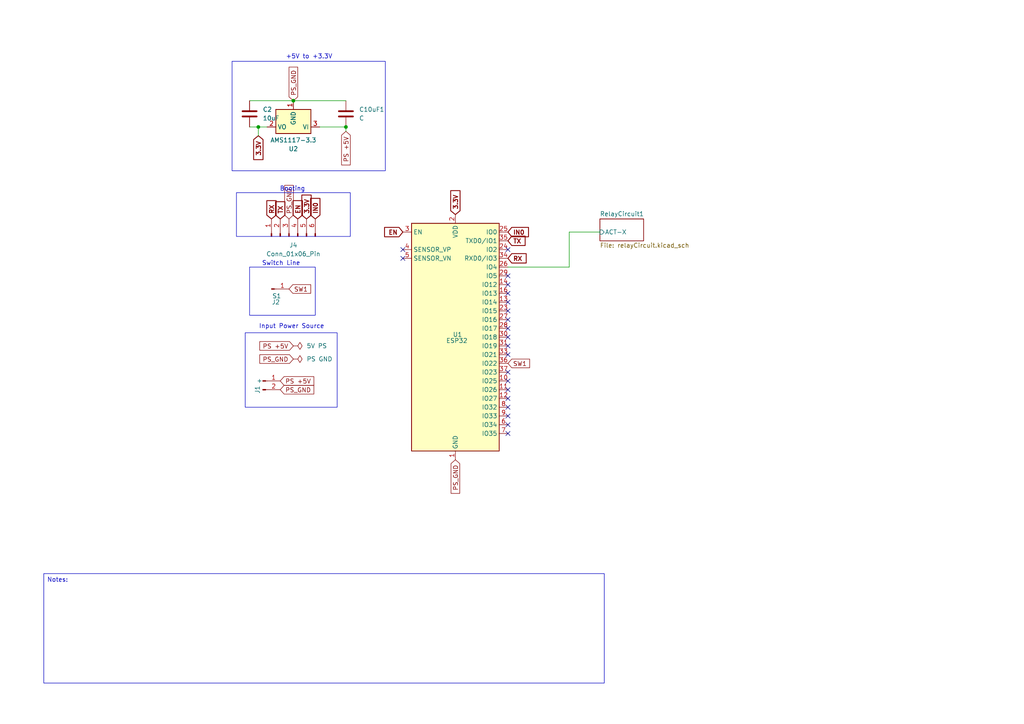
<source format=kicad_sch>
(kicad_sch (version 20231120) (generator "eeschema") (generator_version "8.0")
  (paper "A4")
  (lib_symbols
    (symbol "Connector:Conn_01x01_Pin" (pin_names (offset 1.016) hide)
      (property "Reference" "J" (at 0 2.54 0))
      (property "Value" "Conn_01x01_Pin" (at 0 -2.54 0))
      (symbol "Conn_01x01_Pin_1_1"
        (polyline (pts (xy 1.27 0) (xy 0.8636 0)) (stroke (width 0.1524)))
        (rectangle (start 0.8636 0.127) (end 0 -0.127) (stroke (width 0.1524)) (fill (type outline)))
        (pin passive line (at 5.08 0 180) (length 3.81) (name "Pin_1") (number "1"))
      )
    )
    (symbol "Connector:Conn_01x02_Pin" (pin_names (offset 1.016) hide)
      (property "Reference" "J" (at 0 2.54 0))
      (property "Value" "Conn_01x02_Pin" (at 0 -5.08 0))
      (symbol "Conn_01x02_Pin_1_1"
        (polyline (pts (xy 1.27 -2.54) (xy 0.8636 -2.54)) (stroke (width 0.1524)))
        (polyline (pts (xy 1.27 0) (xy 0.8636 0)) (stroke (width 0.1524)))
        (rectangle (start 0.8636 -2.413) (end 0 -2.667) (stroke (width 0.1524)) (fill (type outline)))
        (rectangle (start 0.8636 0.127) (end 0 -0.127) (stroke (width 0.1524)) (fill (type outline)))
        (pin passive line (at 5.08 0 180) (length 3.81) (name "Pin_1") (number "1"))
        (pin passive line (at 5.08 -2.54 180) (length 3.81) (name "Pin_2") (number "2"))
      )
    )
    (symbol "Connector:Conn_01x06_Pin" (pin_names (offset 1.016) hide)
      (property "Reference" "J" (at 0 7.62 0))
      (property "Value" "Conn_01x06_Pin" (at 0 -10.16 0))
      (symbol "Conn_01x06_Pin_1_1"
        (polyline (pts (xy 1.27 -7.62) (xy 0.8636 -7.62)) (stroke (width 0.1524)))
        (polyline (pts (xy 1.27 -5.08) (xy 0.8636 -5.08)) (stroke (width 0.1524)))
        (polyline (pts (xy 1.27 -2.54) (xy 0.8636 -2.54)) (stroke (width 0.1524)))
        (polyline (pts (xy 1.27 0) (xy 0.8636 0)) (stroke (width 0.1524)))
        (polyline (pts (xy 1.27 2.54) (xy 0.8636 2.54)) (stroke (width 0.1524)))
        (polyline (pts (xy 1.27 5.08) (xy 0.8636 5.08)) (stroke (width 0.1524)))
        (rectangle (start 0.8636 -7.493) (end 0 -7.747) (stroke (width 0.1524)) (fill (type outline)))
        (rectangle (start 0.8636 -4.953) (end 0 -5.207) (stroke (width 0.1524)) (fill (type outline)))
        (rectangle (start 0.8636 -2.413) (end 0 -2.667) (stroke (width 0.1524)) (fill (type outline)))
        (rectangle (start 0.8636 0.127) (end 0 -0.127) (stroke (width 0.1524)) (fill (type outline)))
        (rectangle (start 0.8636 2.667) (end 0 2.413) (stroke (width 0.1524)) (fill (type outline)))
        (rectangle (start 0.8636 5.207) (end 0 4.953) (stroke (width 0.1524)) (fill (type outline)))
        (pin passive line (at 5.08 5.08 180) (length 3.81) (name "Pin_1") (number "1"))
        (pin passive line (at 5.08 2.54 180) (length 3.81) (name "Pin_2") (number "2"))
        (pin passive line (at 5.08 0 180) (length 3.81) (name "Pin_3") (number "3"))
        (pin passive line (at 5.08 -2.54 180) (length 3.81) (name "Pin_4") (number "4"))
        (pin passive line (at 5.08 -5.08 180) (length 3.81) (name "Pin_5") (number "5"))
        (pin passive line (at 5.08 -7.62 180) (length 3.81) (name "Pin_6") (number "6"))
      )
    )
    (symbol "Device:C" (pin_numbers hide) (pin_names (offset 0.254))
      (property "Reference" "C" (at 0.635 2.54 0))
      (property "Value" "C" (at 0.635 -2.54 0))
      (symbol "C_0_1"
        (polyline (pts (xy -2.032 -0.762) (xy 2.032 -0.762)) (stroke (width 0.508)))
        (polyline (pts (xy -2.032 0.762) (xy 2.032 0.762)) (stroke (width 0.508)))
      )
      (symbol "C_1_1"
        (pin passive line (at 0 3.81 270) (length 2.794) (name "~") (number "1"))
        (pin passive line (at 0 -3.81 90) (length 2.794) (name "~") (number "2"))
      )
    )
    (symbol "RF_Module:ESP32-WROOM-32E"
      (property "Reference" "U" (at -12.7 34.29 0))
      (property "Value" "ESP32-WROOM-32E" (at 1.27 34.29 0))
      (symbol "ESP32-WROOM-32E_0_1"
        (rectangle (start -12.7 33.02) (end 12.7 -33.02) (stroke (width 0.254)) (fill (type background)))
      )
      (symbol "ESP32-WROOM-32E_1_1"
        (pin power_in line (at 0 -35.56 90) (length 2.54) (name "GND") (number "1"))
        (pin bidirectional line (at 15.24 -12.7 180) (length 2.54) (name "IO25") (number "10"))
        (pin bidirectional line (at 15.24 -15.24 180) (length 2.54) (name "IO26") (number "11"))
        (pin bidirectional line (at 15.24 -17.78 180) (length 2.54) (name "IO27") (number "12"))
        (pin bidirectional line (at 15.24 10.16 180) (length 2.54) (name "IO14") (number "13"))
        (pin bidirectional line (at 15.24 15.24 180) (length 2.54) (name "IO12") (number "14"))
        (pin passive line (at 0 -35.56 90) (length 2.54) hide (name "GND") (number "15"))
        (pin bidirectional line (at 15.24 12.7 180) (length 2.54) (name "IO13") (number "16"))
        (pin no_connect line (at -12.7 -5.08 0) (length 2.54) hide (name "NC") (number "17"))
        (pin no_connect line (at -12.7 -7.62 0) (length 2.54) hide (name "NC") (number "18"))
        (pin no_connect line (at -12.7 -12.7 0) (length 2.54) hide (name "NC") (number "19"))
        (pin power_in line (at 0 35.56 270) (length 2.54) (name "VDD") (number "2"))
        (pin no_connect line (at -12.7 -10.16 0) (length 2.54) hide (name "NC") (number "20"))
        (pin no_connect line (at -12.7 0 0) (length 2.54) hide (name "NC") (number "21"))
        (pin no_connect line (at -12.7 -2.54 0) (length 2.54) hide (name "NC") (number "22"))
        (pin bidirectional line (at 15.24 7.62 180) (length 2.54) (name "IO15") (number "23"))
        (pin bidirectional line (at 15.24 25.4 180) (length 2.54) (name "IO2") (number "24"))
        (pin bidirectional line (at 15.24 30.48 180) (length 2.54) (name "IO0") (number "25"))
        (pin bidirectional line (at 15.24 20.32 180) (length 2.54) (name "IO4") (number "26"))
        (pin bidirectional line (at 15.24 5.08 180) (length 2.54) (name "IO16") (number "27"))
        (pin bidirectional line (at 15.24 2.54 180) (length 2.54) (name "IO17") (number "28"))
        (pin bidirectional line (at 15.24 17.78 180) (length 2.54) (name "IO5") (number "29"))
        (pin input line (at -15.24 30.48 0) (length 2.54) (name "EN") (number "3"))
        (pin bidirectional line (at 15.24 0 180) (length 2.54) (name "IO18") (number "30"))
        (pin bidirectional line (at 15.24 -2.54 180) (length 2.54) (name "IO19") (number "31"))
        (pin no_connect line (at -12.7 -27.94 0) (length 2.54) hide (name "NC") (number "32"))
        (pin bidirectional line (at 15.24 -5.08 180) (length 2.54) (name "IO21") (number "33"))
        (pin bidirectional line (at 15.24 22.86 180) (length 2.54) (name "RXD0/IO3") (number "34"))
        (pin bidirectional line (at 15.24 27.94 180) (length 2.54) (name "TXD0/IO1") (number "35"))
        (pin bidirectional line (at 15.24 -7.62 180) (length 2.54) (name "IO22") (number "36"))
        (pin bidirectional line (at 15.24 -10.16 180) (length 2.54) (name "IO23") (number "37"))
        (pin passive line (at 0 -35.56 90) (length 2.54) hide (name "GND") (number "38"))
        (pin passive line (at 0 -35.56 90) (length 2.54) hide (name "GND") (number "39"))
        (pin input line (at -15.24 25.4 0) (length 2.54) (name "SENSOR_VP") (number "4"))
        (pin input line (at -15.24 22.86 0) (length 2.54) (name "SENSOR_VN") (number "5"))
        (pin input line (at 15.24 -25.4 180) (length 2.54) (name "IO34") (number "6"))
        (pin input line (at 15.24 -27.94 180) (length 2.54) (name "IO35") (number "7"))
        (pin bidirectional line (at 15.24 -20.32 180) (length 2.54) (name "IO32") (number "8"))
        (pin bidirectional line (at 15.24 -22.86 180) (length 2.54) (name "IO33") (number "9"))
      )
    )
    (symbol "Regulator_Linear:AMS1117-3.3"
      (property "Reference" "U" (at -3.81 3.175 0))
      (property "Value" "AMS1117-3.3" (at 0 3.175 0))
      (symbol "AMS1117-3.3_0_1"
        (rectangle (start -5.08 -5.08) (end 5.08 1.905) (stroke (width 0.254)) (fill (type background)))
      )
      (symbol "AMS1117-3.3_1_1"
        (pin power_in line (at 0 -7.62 90) (length 2.54) (name "GND") (number "1"))
        (pin power_out line (at 7.62 0 180) (length 2.54) (name "VO") (number "2"))
        (pin power_in line (at -7.62 0 0) (length 2.54) (name "VI") (number "3"))
      )
    )
    (symbol "power:PWR_FLAG" (power) (pin_numbers hide) (pin_names (offset 0) hide)
      (property "Value" "PWR_FLAG" (at 0 3.81 0))
      (symbol "PWR_FLAG_0_0"
        (pin power_out line (at 0 0 90) (length 0) (name "~") (number "1"))
      )
      (symbol "PWR_FLAG_0_1"
        (polyline (pts (xy 0 0) (xy 0 1.27) (xy -1.016 1.905) (xy 0 2.54) (xy 1.016 1.905) (xy 0 1.27)))
      )
    )
  )
  (junction (at 100.33 36.83))
  (junction (at 74.93 36.83))
  (junction (at 85.09 29.21))
  (no_connect (at 147.32 87.63))
  (no_connect (at 147.32 85.09))
  (no_connect (at 147.32 115.57))
  (no_connect (at 147.32 107.95))
  (no_connect (at 116.84 74.93))
  (no_connect (at 147.32 82.55))
  (no_connect (at 147.32 92.71))
  (no_connect (at 147.32 125.73))
  (no_connect (at 147.32 80.01))
  (no_connect (at 147.32 102.87))
  (no_connect (at 147.32 113.03))
  (no_connect (at 147.32 97.79))
  (no_connect (at 147.32 120.65))
  (no_connect (at 147.32 100.33))
  (no_connect (at 116.84 72.39))
  (no_connect (at 147.32 90.17))
  (no_connect (at 147.32 95.25))
  (no_connect (at 147.32 72.39))
  (no_connect (at 147.32 110.49))
  (no_connect (at 147.32 118.11))
  (no_connect (at 147.32 123.19))
  (wire (pts (xy 100.33 36.83) (xy 92.71 36.83)))
  (wire (pts (xy 85.09 29.21) (xy 72.39 29.21)))
  (wire (pts (xy 165.1 67.31) (xy 173.99 67.31)))
  (wire (pts (xy 165.1 77.47) (xy 165.1 67.31)))
  (wire (pts (xy 77.47 36.83) (xy 74.93 36.83)))
  (wire (pts (xy 74.93 39.37) (xy 74.93 36.83)))
  (wire (pts (xy 147.32 77.47) (xy 165.1 77.47)))
  (wire (pts (xy 100.33 29.21) (xy 85.09 29.21)))
  (wire (pts (xy 74.93 36.83) (xy 72.39 36.83)))
  (wire (pts (xy 100.33 38.1) (xy 100.33 36.83)))
  (rectangle (start 68.58 55.88) (end 101.6 68.58))
  (rectangle (start 72.39 77.47) (end 91.44 91.44))
  (rectangle (start 71.12 96.52) (end 97.79 118.11))
  (rectangle (start 67.31 17.78) (end 111.76 49.53))
  (text_box "Notes:\n" (at 12.7 166.37 0) (size 162.56 31.75) (effects (font (size 1.27 1.27)) (justify left top)))
  (text "Booting\n" (at 84.836 54.864 0) (effects (font (size 1.27 1.27) (thickness 0.1588))))
  (text "Input Power Source" (at 84.582 94.742 0) (effects (font (size 1.27 1.27))))
  (text "Switch Line\n" (at 81.534 76.454 0) (effects (font (size 1.27 1.27))))
  (text "+5V to +3.3V\n" (at 89.662 16.51 0) (effects (font (size 1.27 1.27))))
  (global_label "SW1" (shape input) (at 83.82 83.82 0) (property "Intersheetrefs" "${INTERSHEET_REFS}" (effects (hide yes))))
  (global_label "PS_GND" (shape input) (at 85.09 29.21 90) (property "Intersheetrefs" "${INTERSHEET_REFS}" (effects (hide yes))))
  (global_label "3.3V" (shape input) (at 88.9 63.5 90) (effects (font (thickness 0.254) (bold yes))) (property "Intersheetrefs" "${INTERSHEET_REFS}" (effects (hide yes))))
  (global_label "PS +5V" (shape input) (at 85.09 100.33 180) (property "Intersheetrefs" "${INTERSHEET_REFS}" (effects (hide yes))))
  (global_label "3.3V" (shape input) (at 74.93 39.37 270) (effects (font (thickness 0.254) (bold yes))) (property "Intersheetrefs" "${INTERSHEET_REFS}" (effects (hide yes))))
  (global_label "EN" (shape input) (at 116.84 67.31 180) (effects (font (thickness 0.254) (bold yes))) (property "Intersheetrefs" "${INTERSHEET_REFS}" (effects (hide yes))))
  (global_label "RX" (shape input) (at 78.74 63.5 90) (effects (font (thickness 0.254) (bold yes))) (property "Intersheetrefs" "${INTERSHEET_REFS}" (effects (hide yes))))
  (global_label "SW1" (shape input) (at 147.32 105.41 0) (property "Intersheetrefs" "${INTERSHEET_REFS}" (effects (hide yes))))
  (global_label "TX" (shape input) (at 81.28 63.5 90) (effects (font (thickness 0.254) (bold yes))) (property "Intersheetrefs" "${INTERSHEET_REFS}" (effects (hide yes))))
  (global_label "PS +5V" (shape input) (at 100.33 38.1 270) (property "Intersheetrefs" "${INTERSHEET_REFS}" (effects (hide yes))))
  (global_label "PS_GND" (shape input) (at 81.28 113.03 0) (property "Intersheetrefs" "${INTERSHEET_REFS}" (effects (hide yes))))
  (global_label "PS_GND" (shape input) (at 83.82 63.5 90) (property "Intersheetrefs" "${INTERSHEET_REFS}" (effects (hide yes))))
  (global_label "PS_GND" (shape input) (at 132.08 133.35 270) (property "Intersheetrefs" "${INTERSHEET_REFS}" (effects (hide yes))))
  (global_label "IN0" (shape input) (at 147.32 67.31 0) (effects (font (thickness 0.254) (bold yes))) (property "Intersheetrefs" "${INTERSHEET_REFS}" (effects (hide yes))))
  (global_label "IN0" (shape input) (at 91.44 63.5 90) (effects (font (thickness 0.254) (bold yes))) (property "Intersheetrefs" "${INTERSHEET_REFS}" (effects (hide yes))))
  (global_label "TX" (shape input) (at 147.32 69.85 0) (effects (font (thickness 0.254) (bold yes))) (property "Intersheetrefs" "${INTERSHEET_REFS}" (effects (hide yes))))
  (global_label "PS_GND" (shape input) (at 85.09 104.14 180) (property "Intersheetrefs" "${INTERSHEET_REFS}" (effects (hide yes))))
  (global_label "EN" (shape input) (at 86.36 63.5 90) (effects (font (thickness 0.254) (bold yes))) (property "Intersheetrefs" "${INTERSHEET_REFS}" (effects (hide yes))))
  (global_label "3.3V" (shape input) (at 132.08 62.23 90) (effects (font (thickness 0.254) (bold yes))) (property "Intersheetrefs" "${INTERSHEET_REFS}" (effects (hide yes))))
  (global_label "PS +5V" (shape input) (at 81.28 110.49 0) (property "Intersheetrefs" "${INTERSHEET_REFS}" (effects (hide yes))))
  (global_label "RX" (shape input) (at 147.32 74.93 0) (effects (font (thickness 0.254) (bold yes))) (property "Intersheetrefs" "${INTERSHEET_REFS}" (effects (hide yes))))
  (symbol (lib_id "power:PWR_FLAG") (at 85.09 100.33 270) (unit 1)
    (property "Reference" "#FLG01" (effects (hide yes)))
    (property "Value" "5V PS" (at 88.9 100.3299 90) (effects (justify left)))
    (property "Description" "Special symbol for telling ERC where power comes from" (effects (hide yes)))
  )
  (symbol (lib_id "RF_Module:ESP32-WROOM-32E") (at 132.08 97.79 0) (unit 1)
    (property "Reference" "U1" (at 131.318 97.028 0) (effects (justify left)))
    (property "Value" "ESP32" (at 129.3779 98.806 0) (effects (justify left)))
    (property "Footprint" "RF_Module:ESP32-WROOM-32D" (effects (hide yes)))
    (property "Datasheet" "https://www.espressif.com/sites/default/files/documentation/esp32-wroom-32e_esp32-wroom-32ue_datasheet_en.pdf" (effects (hide yes)))
    (property "Description" "RF Module, ESP32-D0WD-V3 SoC, without PSRAM, Wi-Fi 802.11b/g/n, Bluetooth, BLE, 32-bit, 2.7-3.6V, onboard antenna, SMD" (effects (hide yes)))
  )
  (symbol (lib_id "Device:C") (at 72.39 33.02 180) (unit 1)
    (property "Reference" "C2" (at 76.2 31.7499 0) (effects (justify right)))
    (property "Value" "10uF" (at 76.2 34.2899 0) (effects (justify right)))
    (property "Footprint" "Capacitor_SMD:C_0603_1608Metric_Pad1.08x0.95mm_HandSolder" (effects (hide yes)))
    (property "Description" "Unpolarized capacitor" (effects (hide yes)))
  )
  (symbol (lib_id "Connector:Conn_01x06_Pin") (at 83.82 68.58 90) (unit 1)
    (property "Reference" "J4" (at 85.09 71.12 90))
    (property "Value" "Conn_01x06_Pin" (at 85.09 73.66 90))
    (property "Footprint" "Connector_PinHeader_2.54mm:PinHeader_2x03_P2.54mm_Vertical" (effects (hide yes)))
    (property "Description" "Generic connector, single row, 01x06, script generated" (effects (hide yes)))
  )
  (symbol (lib_id "Connector:Conn_01x01_Pin") (at 78.74 83.82 0) (unit 1)
    (property "Reference" "J2" (at 80.01 87.63 0))
    (property "Value" "S1" (at 80.264 85.852 0))
    (property "Footprint" "Connector_PinHeader_2.54mm:PinHeader_1x01_P2.54mm_Vertical" (effects (hide yes)))
    (property "Description" "Generic connector, single row, 01x01, script generated" (effects (hide yes)))
  )
  (symbol (lib_id "Regulator_Linear:AMS1117-3.3") (at 85.09 36.83 180) (unit 1)
    (property "Reference" "U2" (at 85.09 43.18 0))
    (property "Value" "AMS1117-3.3" (at 85.09 40.64 0))
    (property "Footprint" "Package_TO_SOT_SMD:SOT-223-3_TabPin2" (effects (hide yes)))
    (property "Datasheet" "http://www.advanced-monolithic.com/pdf/ds1117.pdf" (effects (hide yes)))
    (property "Description" "1A Low Dropout regulator, positive, 3.3V fixed output, SOT-223" (effects (hide yes)))
  )
  (symbol (lib_id "power:PWR_FLAG") (at 85.09 104.14 270) (unit 1)
    (property "Reference" "#FLG02" (effects (hide yes)))
    (property "Value" "PS GND" (at 88.9 104.1399 90) (effects (justify left)))
    (property "Description" "Special symbol for telling ERC where power comes from" (effects (hide yes)))
  )
  (symbol (lib_id "Connector:Conn_01x02_Pin") (at 76.2 110.49 0) (unit 1)
    (property "Reference" "J1" (at 74.676 113.03 90))
    (property "Value" "+" (at 75.184 110.49 90))
    (property "Footprint" "TerminalBlock_Phoenix:TerminalBlock_Phoenix_MPT-0,5-2-2.54_1x02_P2.54mm_Horizontal" (effects (hide yes)))
    (property "Description" "Generic connector, single row, 01x02, script generated" (effects (hide yes)))
  )
  (symbol (lib_id "Device:C") (at 100.33 33.02 180) (unit 1)
    (property "Reference" "C10uF1" (at 104.14 31.7499 0) (effects (justify right)))
    (property "Value" "C" (at 104.14 34.2899 0) (effects (justify right)))
    (property "Footprint" "Capacitor_SMD:C_0603_1608Metric_Pad1.08x0.95mm_HandSolder" (effects (hide yes)))
    (property "Description" "Unpolarized capacitor" (effects (hide yes)))
  )
  (sheet (at 173.99 63.5) (size 12.7 6.35) (stroke (width 0.1524))
    (property "Sheetname" "RelayCircuit1" (at 173.99 62.7884 0) (effects (justify left bottom)))
    (property "Sheetfile" "relayCircuit.kicad_sch" (at 173.99 70.4346 0) (effects (justify left top)))
    (pin "ACT-X" input (at 173.99 67.31 180))
  )
)
</source>
